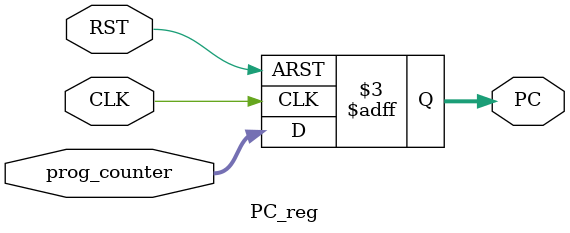
<source format=v>
module PC_reg # (parameter DATA_WIDTH =32)
(
    input wire CLK,RST,
    input wire [DATA_WIDTH-1:0] prog_counter,
    output reg [DATA_WIDTH-1:0] PC
);

always @(posedge CLK or negedge RST)
begin
    if (!RST)
    PC <= 'd0;
    else
    PC <= prog_counter;
end
endmodule 
</source>
